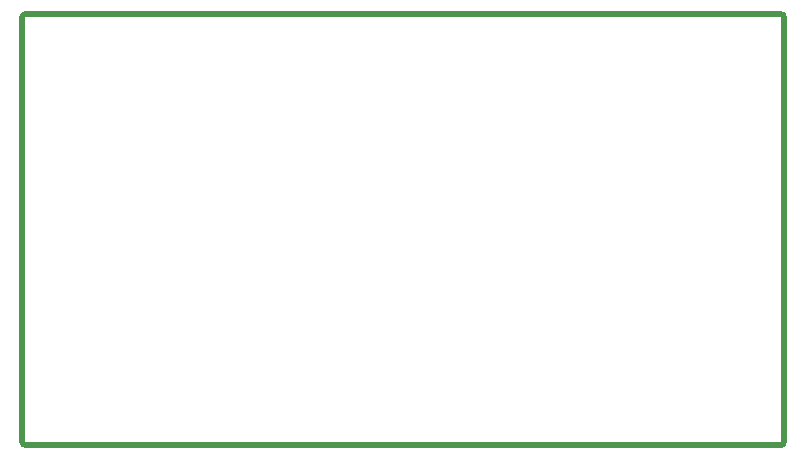
<source format=gko>
G04*
G04 #@! TF.GenerationSoftware,Altium Limited,Altium Designer,20.2.6 (244)*
G04*
G04 Layer_Color=16711935*
%FSLAX25Y25*%
%MOIN*%
G70*
G04*
G04 #@! TF.SameCoordinates,29AB004D-2CC8-4C0B-A097-626F2230A58D*
G04*
G04*
G04 #@! TF.FilePolarity,Positive*
G04*
G01*
G75*
%ADD31C,0.01968*%
D31*
X252953Y141732D02*
G03*
X251969Y142717I-984J0D01*
G01*
X252953Y141732D02*
G03*
X251969Y142717I-984J0D01*
G01*
Y-984D02*
G03*
X252953Y0I0J984D01*
G01*
X251969Y-984D02*
G03*
X252953Y0I0J984D01*
G01*
X0Y142717D02*
G03*
X-984Y141732I0J-984D01*
G01*
X0Y142717D02*
G03*
X-984Y141732I0J-984D01*
G01*
Y0D02*
G03*
X0Y-984I984J0D01*
G01*
X-984Y0D02*
G03*
X0Y-984I984J0D01*
G01*
X252953Y0D02*
Y141732D01*
X0Y142717D02*
X251969D01*
X0Y-984D02*
X251969D01*
X-984Y0D02*
Y141732D01*
M02*

</source>
